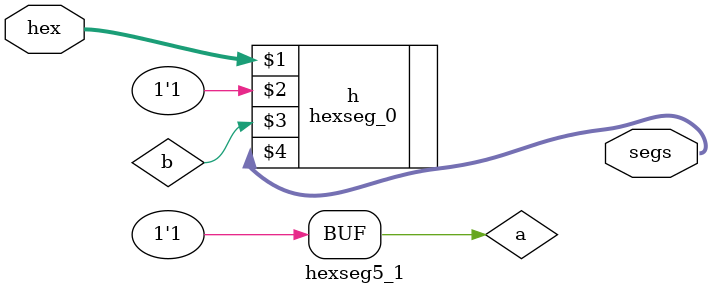
<source format=v>
module hexseg5_1(
    input [3:0]hex,
    
    output wire [6:0] segs  //必须用wire类型  为啥呢？
    
    );
    reg a=1 ;
    wire b;
    hexseg_0 h(hex,a,b,segs);
    
    
endmodule

</source>
